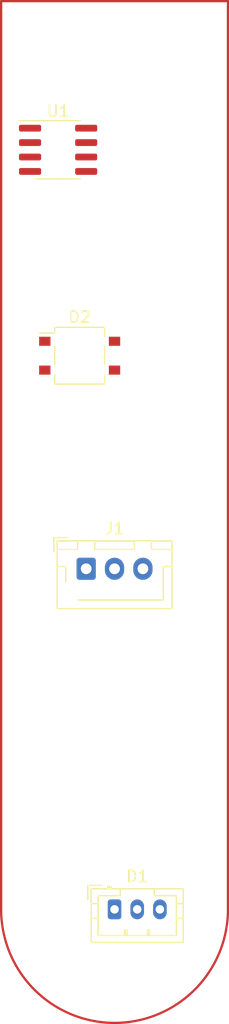
<source format=kicad_pcb>
(kicad_pcb (version 20221018) (generator pcbnew)
  (layers (0 "F.Cu" signal) (31 "B.Cu" signal) (34 "B.Paste" user) (35 "F.Paste" user) (36 "B.SilkS" user "B.Silkscreen") (37 "F.SilkS" user "F.Silkscreen") (38 "B.Mask" user) (39 "F.Mask" user) (44 "Edge.Cuts" user))
  (net 0 "")
  (footprint "Package_SO:SOIC-8_3.9x4.9mm_P1.27mm" (layer "F.Cu") (at 87.525 98.095)
    (fp_text reference "U1" (at 0 -3.4) (layer "F.SilkS"))
    (fp_text value "TLC555xD")
    (fp_line (start 0 -2.56) (end -3.45 -2.56) (stroke (width 0.12)) (layer "F.SilkS"))
    (fp_line (start 0 -2.56) (end 1.95 -2.56) (stroke (width 0.12)) (layer "F.SilkS"))
    (fp_line (start 0 2.56) (end -1.95 2.56) (stroke (width 0.12)) (layer "F.SilkS"))
    (fp_line (start 0 2.56) (end 1.95 2.56) (stroke (width 0.12)) (layer "F.SilkS"))
    (pad "1" smd roundrect (at -2.475 -1.905) (size 1.95 0.6) (layers "F.Cu" "F.Paste" "F.Mask"))
    (pad "2" smd roundrect (at -2.475 -0.635) (size 1.95 0.6) (layers "F.Cu" "F.Paste" "F.Mask"))
    (pad "3" smd roundrect (at -2.475 0.635) (size 1.95 0.6) (layers "F.Cu" "F.Paste" "F.Mask"))
    (pad "4" smd roundrect (at -2.475 1.905) (size 1.95 0.6) (layers "F.Cu" "F.Paste" "F.Mask"))
    (pad "5" smd roundrect (at 2.475 1.905) (size 1.95 0.6) (layers "F.Cu" "F.Paste" "F.Mask"))
    (pad "6" smd roundrect (at 2.475 0.635) (size 1.95 0.6) (layers "F.Cu" "F.Paste" "F.Mask"))
    (pad "7" smd roundrect (at 2.475 -0.635) (size 1.95 0.6) (layers "F.Cu" "F.Paste" "F.Mask"))
    (pad "8" smd roundrect (at 2.475 -1.905) (size 1.95 0.6) (layers "F.Cu" "F.Paste" "F.Mask"))
  )
  (footprint "Connector_JST:JST_XH_B3B-XH-AM_1x03_P2.50mm_Vertical" (layer "F.Cu") (at 90 135)
    (fp_text reference "J1" (at 2.5 -3.55) (layer "F.SilkS"))
    (fp_text value "Conn_01x03_Socket")
    (fp_line (start -2.85 -2.75) (end -2.85 -1.5) (stroke (width 0.12)) (layer "F.SilkS"))
    (fp_line (start -2.56 -2.46) (end -2.56 3.51) (stroke (width 0.12)) (layer "F.SilkS"))
    (fp_line (start -2.56 3.51) (end 7.56 3.51) (stroke (width 0.12)) (layer "F.SilkS"))
    (fp_line (start -2.55 -2.45) (end -2.55 -1.7) (stroke (width 0.12)) (layer "F.SilkS"))
    (fp_line (start -2.55 -1.7) (end -0.75 -1.7) (stroke (width 0.12)) (layer "F.SilkS"))
    (fp_line (start -2.55 -0.2) (end -1.8 -0.2) (stroke (width 0.12)) (layer "F.SilkS"))
    (fp_line (start -1.8 -0.2) (end -1.8 1.14) (stroke (width 0.12)) (layer "F.SilkS"))
    (fp_line (start -1.6 -2.75) (end -2.85 -2.75) (stroke (width 0.12)) (layer "F.SilkS"))
    (fp_line (start -0.75 -2.45) (end -2.55 -2.45) (stroke (width 0.12)) (layer "F.SilkS"))
    (fp_line (start -0.75 -1.7) (end -0.75 -2.45) (stroke (width 0.12)) (layer "F.SilkS"))
    (fp_line (start 0.75 -2.45) (end 0.75 -1.7) (stroke (width 0.12)) (layer "F.SilkS"))
    (fp_line (start 0.75 -1.7) (end 4.25 -1.7) (stroke (width 0.12)) (layer "F.SilkS"))
    (fp_line (start 2.5 2.75) (end -0.74 2.75) (stroke (width 0.12)) (layer "F.SilkS"))
    (fp_line (start 4.25 -2.45) (end 0.75 -2.45) (stroke (width 0.12)) (layer "F.SilkS"))
    (fp_line (start 4.25 -1.7) (end 4.25 -2.45) (stroke (width 0.12)) (layer "F.SilkS"))
    (fp_line (start 5.75 -2.45) (end 5.75 -1.7) (stroke (width 0.12)) (layer "F.SilkS"))
    (fp_line (start 5.75 -1.7) (end 7.55 -1.7) (stroke (width 0.12)) (layer "F.SilkS"))
    (fp_line (start 6.8 -0.2) (end 6.8 2.75) (stroke (width 0.12)) (layer "F.SilkS"))
    (fp_line (start 6.8 2.75) (end 2.5 2.75) (stroke (width 0.12)) (layer "F.SilkS"))
    (fp_line (start 7.55 -2.45) (end 5.75 -2.45) (stroke (width 0.12)) (layer "F.SilkS"))
    (fp_line (start 7.55 -1.7) (end 7.55 -2.45) (stroke (width 0.12)) (layer "F.SilkS"))
    (fp_line (start 7.55 -0.2) (end 6.8 -0.2) (stroke (width 0.12)) (layer "F.SilkS"))
    (fp_line (start 7.56 -2.46) (end -2.56 -2.46) (stroke (width 0.12)) (layer "F.SilkS"))
    (fp_line (start 7.56 3.51) (end 7.56 -2.46) (stroke (width 0.12)) (layer "F.SilkS"))
    (pad "" np_thru_hole circle (at -1.6 2) (size 1.2 1.2) (drill 1.2) (layers "*.Cu" "*.Mask"))
    (pad "1" thru_hole roundrect (at 0 0) (size 1.7 1.95) (drill 0.95) (layers "*.Cu" "*.Mask") (roundrect_rratio 0.147059))
    (pad "2" thru_hole oval (at 2.5 0) (size 1.7 1.95) (drill 0.95) (layers "*.Cu" "*.Mask"))
    (pad "3" thru_hole oval (at 5 0) (size 1.7 1.95) (drill 0.95) (layers "*.Cu" "*.Mask"))
  )
  (footprint "Connector_JST:JST_PH_B3B-PH-K_1x03_P2.00mm_Vertical" (layer "F.Cu") (at 92.5 165)
    (fp_text reference "D1" (at 2 -2.9) (layer "F.SilkS"))
    (fp_text value "LED")
    (fp_line (start -2.36 -2.11) (end -2.36 -0.86) (stroke (width 0.12)) (layer "F.SilkS"))
    (fp_line (start -2.06 -1.81) (end -2.06 2.91) (stroke (width 0.12)) (layer "F.SilkS"))
    (fp_line (start -2.06 -0.5) (end -1.45 -0.5) (stroke (width 0.12)) (layer "F.SilkS"))
    (fp_line (start -2.06 0.8) (end -1.45 0.8) (stroke (width 0.12)) (layer "F.SilkS"))
    (fp_line (start -2.06 2.91) (end 6.06 2.91) (stroke (width 0.12)) (layer "F.SilkS"))
    (fp_line (start -1.45 -1.2) (end -1.45 2.3) (stroke (width 0.12)) (layer "F.SilkS"))
    (fp_line (start -1.45 2.3) (end 5.45 2.3) (stroke (width 0.12)) (layer "F.SilkS"))
    (fp_line (start -1.11 -2.11) (end -2.36 -2.11) (stroke (width 0.12)) (layer "F.SilkS"))
    (fp_line (start -0.6 -2.01) (end -0.6 -1.81) (stroke (width 0.12)) (layer "F.SilkS"))
    (fp_line (start -0.3 -2.01) (end -0.6 -2.01) (stroke (width 0.12)) (layer "F.SilkS"))
    (fp_line (start -0.3 -1.91) (end -0.6 -1.91) (stroke (width 0.12)) (layer "F.SilkS"))
    (fp_line (start -0.3 -1.81) (end -0.3 -2.01) (stroke (width 0.12)) (layer "F.SilkS"))
    (fp_line (start 0.5 -1.81) (end 0.5 -1.2) (stroke (width 0.12)) (layer "F.SilkS"))
    (fp_line (start 0.5 -1.2) (end -1.45 -1.2) (stroke (width 0.12)) (layer "F.SilkS"))
    (fp_line (start 0.9 1.8) (end 1.1 1.8) (stroke (width 0.12)) (layer "F.SilkS"))
    (fp_line (start 0.9 2.3) (end 0.9 1.8) (stroke (width 0.12)) (layer "F.SilkS"))
    (fp_line (start 1 2.3) (end 1 1.8) (stroke (width 0.12)) (layer "F.SilkS"))
    (fp_line (start 1.1 1.8) (end 1.1 2.3) (stroke (width 0.12)) (layer "F.SilkS"))
    (fp_line (start 2.9 1.8) (end 3.1 1.8) (stroke (width 0.12)) (layer "F.SilkS"))
    (fp_line (start 2.9 2.3) (end 2.9 1.8) (stroke (width 0.12)) (layer "F.SilkS"))
    (fp_line (start 3 2.3) (end 3 1.8) (stroke (width 0.12)) (layer "F.SilkS"))
    (fp_line (start 3.1 1.8) (end 3.1 2.3) (stroke (width 0.12)) (layer "F.SilkS"))
    (fp_line (start 3.5 -1.2) (end 3.5 -1.81) (stroke (width 0.12)) (layer "F.SilkS"))
    (fp_line (start 5.45 -1.2) (end 3.5 -1.2) (stroke (width 0.12)) (layer "F.SilkS"))
    (fp_line (start 5.45 2.3) (end 5.45 -1.2) (stroke (width 0.12)) (layer "F.SilkS"))
    (fp_line (start 6.06 -1.81) (end -2.06 -1.81) (stroke (width 0.12)) (layer "F.SilkS"))
    (fp_line (start 6.06 -0.5) (end 5.45 -0.5) (stroke (width 0.12)) (layer "F.SilkS"))
    (fp_line (start 6.06 0.8) (end 5.45 0.8) (stroke (width 0.12)) (layer "F.SilkS"))
    (fp_line (start 6.06 2.91) (end 6.06 -1.81) (stroke (width 0.12)) (layer "F.SilkS"))
    (pad "1" thru_hole roundrect (at 0 0) (size 1.2 1.75) (drill 0.75) (layers "*.Cu" "*.Mask") (roundrect_rratio 0.208333))
    (pad "2" thru_hole oval (at 2 0) (size 1.2 1.75) (drill 0.75) (layers "*.Cu" "*.Mask"))
    (pad "3" thru_hole oval (at 4 0) (size 1.2 1.75) (drill 0.75) (layers "*.Cu" "*.Mask"))
  )
  (footprint "Package_TO_SOT_SMD:TO-269AA" (layer "F.Cu") (at 89.425 116.23)
    (fp_text reference "D2" (at 0 -3.4) (layer "F.SilkS"))
    (fp_text value "D_Bridge_+-AA")
    (fp_line (start -2.2 -2.5) (end -2.2 -2) (stroke (width 0.12)) (layer "F.SilkS"))
    (fp_line (start -2.2 -2) (end -3.6 -2) (stroke (width 0.12)) (layer "F.SilkS"))
    (fp_line (start -2.2 -0.8) (end -2.2 0.8) (stroke (width 0.12)) (layer "F.SilkS"))
    (fp_line (start -2.2 2.5) (end -2.2 1.7) (stroke (width 0.12)) (layer "F.SilkS"))
    (fp_line (start 2.2 -2.5) (end -2.2 -2.5) (stroke (width 0.12)) (layer "F.SilkS"))
    (fp_line (start 2.2 -1.7) (end 2.2 -2.5) (stroke (width 0.12)) (layer "F.SilkS"))
    (fp_line (start 2.2 -0.8) (end 2.2 0.8) (stroke (width 0.12)) (layer "F.SilkS"))
    (fp_line (start 2.2 1.7) (end 2.2 2.5) (stroke (width 0.12)) (layer "F.SilkS"))
    (fp_line (start 2.2 2.5) (end -2.2 2.5) (stroke (width 0.12)) (layer "F.SilkS"))
    (pad "1" smd rect (at -3.075 -1.27) (size 1 0.8) (layers "F.Cu" "F.Paste" "F.Mask"))
    (pad "2" smd rect (at -3.075 1.27) (size 1 0.8) (layers "F.Cu" "F.Paste" "F.Mask"))
    (pad "3" smd rect (at 3.075 1.27) (size 1 0.8) (layers "F.Cu" "F.Paste" "F.Mask"))
    (pad "4" smd rect (at 3.075 -1.27) (size 1 0.8) (layers "F.Cu" "F.Paste" "F.Mask"))
  )
  (gr_arc (start 102.5 165) (mid 92.5 175) (end 82.5 165) (stroke (width 0.2)) (layer "F.Cu"))
  (gr_line (start 102.5 85) (end 102.5 165) (stroke (width 0.2)) (layer "F.Cu"))
  (gr_line (start 82.5 85) (end 102.5 85) (stroke (width 0.2)) (layer "F.Cu"))
  (gr_line (start 82.5 85) (end 82.5 165) (stroke (width 0.2)) (layer "F.Cu"))
)
</source>
